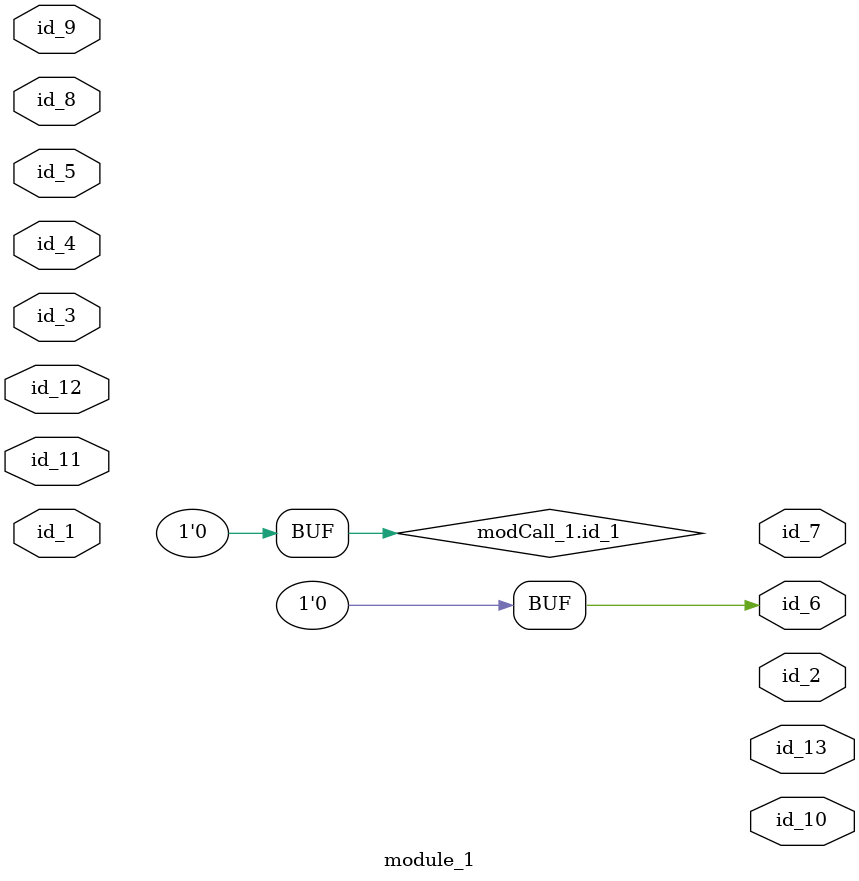
<source format=v>
module module_0;
  assign id_1 = 1;
  assign id_1 = id_1;
endmodule
module module_1 (
    id_1,
    id_2,
    id_3,
    id_4,
    id_5,
    id_6,
    id_7,
    id_8,
    id_9,
    id_10,
    id_11,
    id_12,
    id_13
);
  output wire id_13;
  input wire id_12;
  input wire id_11;
  output wire id_10;
  input wire id_9;
  input wire id_8;
  output wire id_7;
  output wire id_6;
  input wire id_5;
  input wire id_4;
  input wire id_3;
  output wire id_2;
  inout wire id_1;
  assign id_6 = 1'b0 - 1'd0 && 1'h0;
  wire id_14;
  wire id_15;
  module_0 modCall_1 ();
  assign modCall_1.id_1 = 0;
  wire  id_16  ,  id_17  ,  id_18  ,  id_19  ,  id_20  ,  id_21  ,  id_22  ,  id_23  ,  id_24  ,  id_25  ,  id_26  ,  id_27  ,  id_28  ,  id_29  ,  id_30  ;
endmodule

</source>
